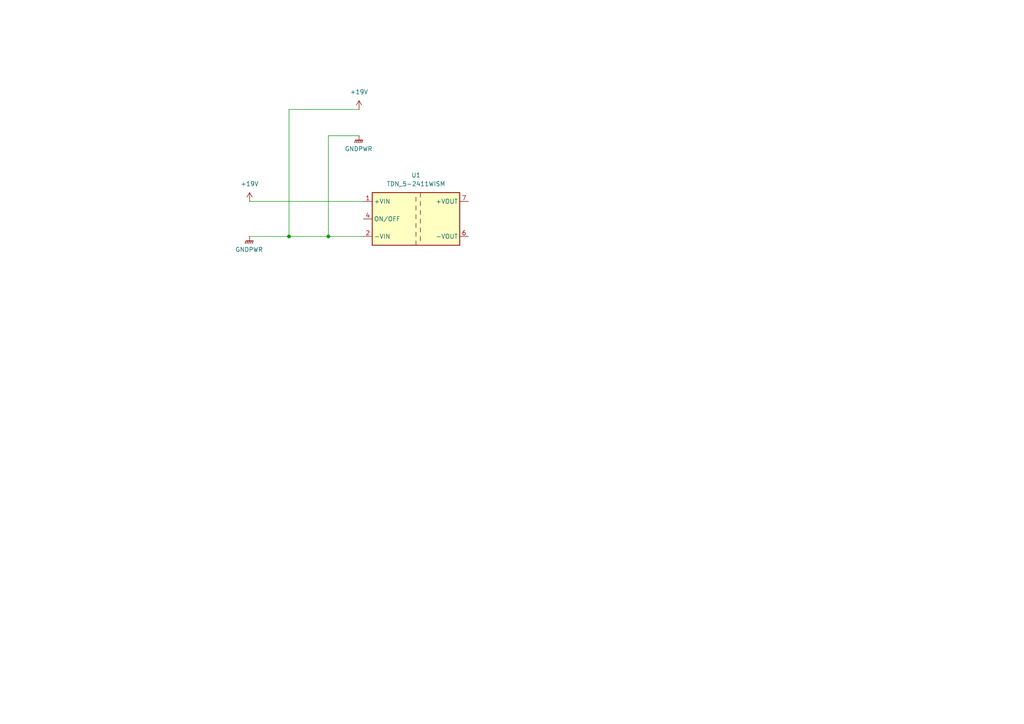
<source format=kicad_sch>
(kicad_sch (version 20231120) (generator "eeschema") (generator_version "8.0")
  (paper "A4")
  (lib_symbols
    (symbol "Regulator_Switching:TDN_5-2411WISM"
      (property "Reference" "U" (at -12.7 8.89 0))
      (property "Value" "TDN_5-2411WISM" (at 5.08 8.89 0))
      (symbol "TDN_5-2411WISM_0_1"
        (rectangle (start -12.7 7.62) (end 12.7 -7.62) (stroke (width 0.254)) (fill (type background)))
      )
      (symbol "TDN_5-2411WISM_1_1"
        (polyline (pts (xy 0 -6.35) (xy 0 -7.62)))
        (polyline (pts (xy 0 -3.81) (xy 0 -5.08)))
        (polyline (pts (xy 0 -1.27) (xy 0 -2.54)))
        (polyline (pts (xy 0 1.27) (xy 0 0)))
        (polyline (pts (xy 0 3.81) (xy 0 2.54)))
        (polyline (pts (xy 0 6.35) (xy 0 5.08)))
        (polyline (pts (xy 1.27 -5.08) (xy 1.27 -6.35)))
        (polyline (pts (xy 1.27 -2.54) (xy 1.27 -3.81)))
        (polyline (pts (xy 1.27 0) (xy 1.27 -1.27)))
        (polyline (pts (xy 1.27 2.54) (xy 1.27 1.27)))
        (polyline (pts (xy 1.27 5.08) (xy 1.27 3.81)))
        (polyline (pts (xy 1.27 7.62) (xy 1.27 6.35)))
        (pin power_in line (at -15.24 5.08 0) (length 2.54) (name "+VIN") (number "1"))
        (pin power_in line (at -15.24 -5.08 0) (length 2.54) (name "-VIN") (number "2"))
        (pin input line (at -15.24 0 0) (length 2.54) (name "ON/OFF") (number "4"))
        (pin no_connect line (at 12.7 2.54 180) (length 2.54) hide (name "NC") (number "5"))
        (pin power_out line (at 15.24 -5.08 180) (length 2.54) (name "-VOUT") (number "6"))
        (pin power_out line (at 15.24 5.08 180) (length 2.54) (name "+VOUT") (number "7"))
      )
    )
    (symbol "power:+12V" (power) (pin_numbers hide) (pin_names (offset 0) hide)
      (property "Value" "+12V" (at 0 3.556 0))
      (symbol "+12V_0_1"
        (polyline (pts (xy -0.762 1.27) (xy 0 2.54)))
        (polyline (pts (xy 0 0) (xy 0 2.54)))
        (polyline (pts (xy 0 2.54) (xy 0.762 1.27)))
      )
      (symbol "+12V_1_1"
        (pin power_in line (at 0 0 90) (length 0) (name "~") (number "1"))
      )
    )
    (symbol "power:GNDPWR" (power) (pin_numbers hide) (pin_names (offset 0) hide)
      (property "Value" "GNDPWR" (at 0 -3.302 0))
      (symbol "GNDPWR_0_1"
        (polyline (pts (xy 0 -1.27) (xy 0 0)))
        (polyline (pts (xy -1.016 -1.27) (xy -1.27 -2.032) (xy -1.27 -2.032)) (stroke (width 0.2032)))
        (polyline (pts (xy -0.508 -1.27) (xy -0.762 -2.032) (xy -0.762 -2.032)) (stroke (width 0.2032)))
        (polyline (pts (xy 0 -1.27) (xy -0.254 -2.032) (xy -0.254 -2.032)) (stroke (width 0.2032)))
        (polyline (pts (xy 0.508 -1.27) (xy 0.254 -2.032) (xy 0.254 -2.032)) (stroke (width 0.2032)))
        (polyline (pts (xy 1.016 -1.27) (xy -1.016 -1.27) (xy -1.016 -1.27)) (stroke (width 0.2032)))
        (polyline (pts (xy 1.016 -1.27) (xy 0.762 -2.032) (xy 0.762 -2.032) (xy 0.762 -2.032)) (stroke (width 0.2032)))
      )
      (symbol "GNDPWR_1_1"
        (pin power_in line (at 0 0 270) (length 0) (name "~") (number "1"))
      )
    )
  )
  (junction (at 83.82 68.58))
  (junction (at 95.25 68.58))
  (wire (pts (xy 104.14 39.37) (xy 95.25 39.37)))
  (wire (pts (xy 83.82 68.58) (xy 95.25 68.58)))
  (wire (pts (xy 95.25 68.58) (xy 105.41 68.58)))
  (wire (pts (xy 83.82 31.75) (xy 83.82 68.58)))
  (wire (pts (xy 104.14 31.75) (xy 83.82 31.75)))
  (wire (pts (xy 95.25 39.37) (xy 95.25 68.58)))
  (wire (pts (xy 72.39 58.42) (xy 105.41 58.42)))
  (wire (pts (xy 72.39 68.58) (xy 83.82 68.58)))
  (symbol (lib_id "Regulator_Switching:TDN_5-2411WISM") (at 120.65 63.5 0) (unit 1)
    (property "Reference" "U1" (at 120.65 50.8 0))
    (property "Value" "TDN_5-2411WISM" (at 120.65 53.34 0))
    (property "Footprint" "Converter_DCDC:Converter_DCDC_TRACO_TDN_5-xxxxWISM_SMD" (effects (hide yes)))
    (property "Datasheet" "https://assets.tracopower.com/20190626081517/TDN5WISM/documents/tdn5wism-datasheet.pdf" (effects (hide yes)))
    (property "Description" "Input 9.0 to 36.0V, Output 5.0V" (effects (hide yes)))
  )
  (symbol (lib_id "power:GNDPWR") (at 104.14 39.37 0) (unit 1)
    (property "Reference" "#PWR01" (effects (hide yes)))
    (property "Value" "GNDPWR" (at 104.013 43.18 0))
    (property "Description" "Power symbol creates a global label with name \"GNDPWR\" , global ground" (effects (hide yes)))
  )
  (symbol (lib_id "power:+12V") (at 104.14 31.75 0) (unit 1)
    (property "Reference" "#PWR04" (effects (hide yes)))
    (property "Value" "+19V" (at 104.14 26.67 0))
    (property "Description" "Power symbol creates a global label with name \"+12V\"" (effects (hide yes)))
  )
  (symbol (lib_id "power:GNDPWR") (at 72.39 68.58 0) (unit 1)
    (property "Reference" "#PWR02" (effects (hide yes)))
    (property "Value" "GNDPWR" (at 72.263 72.39 0))
    (property "Description" "Power symbol creates a global label with name \"GNDPWR\" , global ground" (effects (hide yes)))
  )
  (symbol (lib_id "power:+12V") (at 72.39 58.42 0) (unit 1)
    (property "Reference" "#PWR03" (effects (hide yes)))
    (property "Value" "+19V" (at 72.39 53.34 0))
    (property "Description" "Power symbol creates a global label with name \"+12V\"" (effects (hide yes)))
  )
)
</source>
